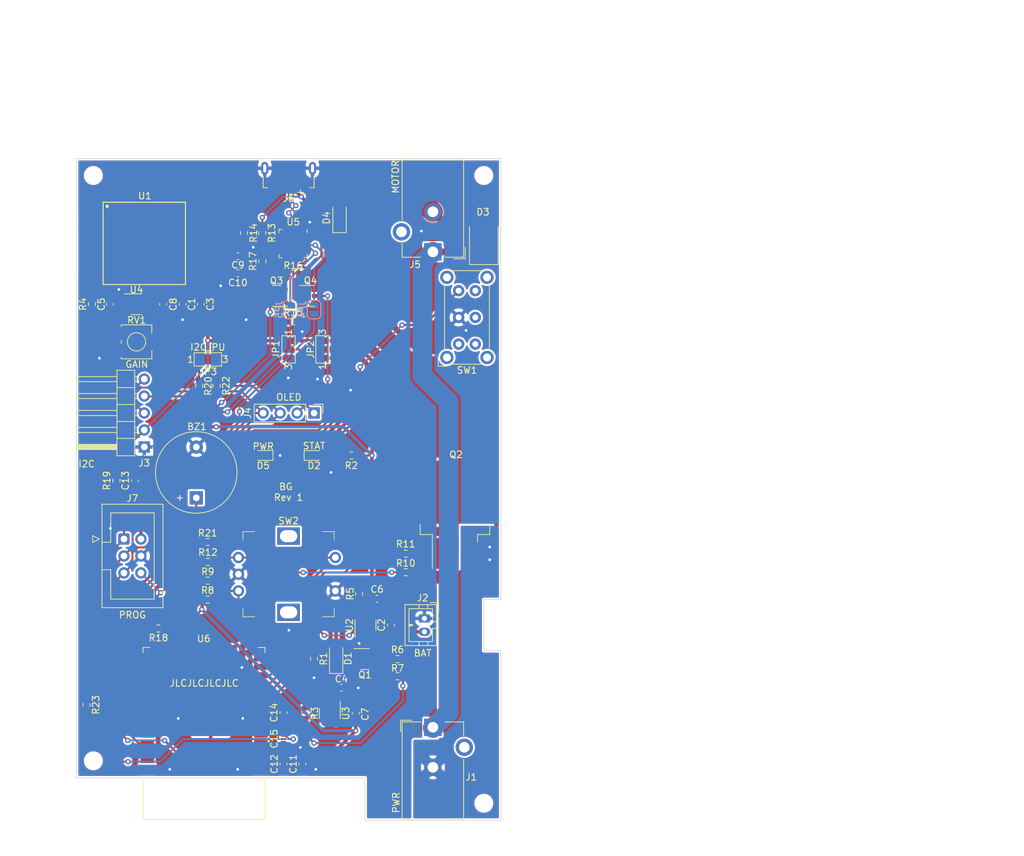
<source format=kicad_pcb>
(kicad_pcb (version 20211014) (generator pcbnew)
  (title_block (title "Blugasm") (date "2023-01-24") (rev "1") (company "saawsm"))
  (layers (0 "F.Cu" signal) (31 "B.Cu" signal) (34 "B.Paste" user) (35 "F.Paste" user) (36 "B.SilkS" user "B.Silkscreen") (37 "F.SilkS" user "F.Silkscreen") (38 "B.Mask" user) (39 "F.Mask" user) (44 "Edge.Cuts" user))
  (net 0 "")
  (net 1 "+BATT")
  (net 2 "GND")
  (net 3 "/ENC_B")
  (net 4 "/ENC_A")
  (net 5 "/SW")
  (net 6 "Net-(C4-Pad1)")
  (net 7 "Net-(D2-Pad1)")
  (net 8 "Net-(C5-Pad1)")
  (net 9 "Net-(D2-Pad2)")
  (net 10 "/~{INT}")
  (net 11 "/Controller/EN")
  (net 12 "Net-(D3-Pad1)")
  (net 13 "/VBAT_SENSE")
  (net 14 "Net-(D3-Pad2)")
  (net 15 "/AUX_MOT")
  (net 16 "Net-(Q2-Pad1)")
  (net 17 "Net-(RV1-Pad2)")
  (net 18 "+3.3V")
  (net 19 "Net-(D4-Pad2)")
  (net 20 "/SCL")
  (net 21 "/SDA")
  (net 22 "GND1")
  (net 23 "Net-(J4-Pad1)")
  (net 24 "Net-(J4-Pad2)")
  (net 25 "/Controller/D-")
  (net 26 "/Controller/D+")
  (net 28 "/Controller/TXD")
  (net 29 "/Controller/RXD")
  (net 35 "/P_SENSE")
  (net 36 "/Controller/IO0")
  (net 38 "/Controller/VBUS_DETECT")
  (net 47 "/Controller/RTS")
  (net 48 "Net-(Q3-Pad1)")
  (net 49 "/Controller/DTR")
  (net 50 "Net-(Q4-Pad1)")
  (net 52 "+5V")
  (net 75 "/BUZZER")
  (net 76 "Net-(R4-Pad2)")
  (net 77 "Net-(JP3-Pad1)")
  (net 78 "Net-(JP3-Pad3)")
  (net 79 "Net-(R5-Pad1)")
  (net 84 "/~{PWR_DIS}")
  (net 85 "Net-(R17-Pad2)")
  (net 86 "Net-(D5-Pad2)")
  (net 87 "Net-(JP4-Pad1)")
  (net 88 "Net-(JP5-Pad1)")
  (net 89 "Net-(R23-Pad1)")
  (footprint "Resistor_SMD:R_0603_1608Metric" (layer "F.Cu") (at 88.480014 121.150615)
    (fp_text reference "R18")
    (fp_text value "10k")
  )
  (footprint "Resistor_SMD:R_0603_1608Metric" (layer "F.Cu") (at 97.168769 84.820039 -90)
    (fp_text reference "R22")
    (fp_text value "4.7k")
  )
  (footprint "Diode_SMD:D_SMB" (layer "F.Cu") (at 137.16 63.12 90)
    (fp_text reference "D3")
    (fp_text value "SSB44-E3")
  )
  (footprint "Package_TO_SOT_SMD:SOT-23" (layer "F.Cu") (at 119.38 125.73)
    (fp_text reference "Q1")
    (fp_text value "DMG3415U")
  )
  (footprint "Resistor_SMD:R_0603_1608Metric" (layer "F.Cu") (at 108.660638 68.072)
    (fp_text reference "R16")
    (fp_text value "10k")
  )
  (footprint "Package_DFN_QFN:QFN-24-1EP_4x4mm_P0.5mm_EP2.6x2.6mm" (layer "F.Cu") (at 108.6175 63.52 -90)
    (fp_text reference "U5")
    (fp_text value "CP2102N-A02-GQFN24")
  )
  (footprint "Capacitor_SMD:C_0603_1608Metric" (layer "F.Cu") (at 115.843126 130.033686)
    (fp_text reference "C4")
    (fp_text value "10uF")
  )
  (footprint "Capacitor_SMD:C_0603_1608Metric" (layer "F.Cu") (at 100.3625 67.965 180)
    (fp_text reference "C10")
    (fp_text value "4.7uF")
  )
  (footprint "Diode_SMD:D_SOD-123F" (layer "F.Cu") (at 115.57 59.69 90)
    (fp_text reference "D4")
    (fp_text value "SS24FL")
  )
  (footprint "Resistor_SMD:R_0603_1608Metric" (layer "F.Cu") (at 125.476 109.947286)
    (fp_text reference "R11")
    (fp_text value "100")
  )
  (footprint "Connector_JST:JST_PH_B2B-PH-K_1x02_P2.00mm_Vertical" (layer "F.Cu") (at 128.27 119.65 -90)
    (fp_text reference "J2")
    (fp_text value "BAT")
  )
  (footprint "Resistor_SMD:R_0603_1608Metric" (layer "F.Cu") (at 101.275247 61.942126 -90)
    (fp_text reference "R14")
    (fp_text value "47.5k")
  )
  (footprint "Resistor_SMD:R_0603_1608Metric" (layer "F.Cu") (at 95.858337 113.983325)
    (fp_text reference "R9")
    (fp_text value "10k")
  )
  (footprint "SaawLib:BarrelJack_CUI_PJ-102AH_Horizontal" (layer "F.Cu") (at 129.54 135.94)
    (fp_text reference "J1")
    (fp_text value "PWR")
  )
  (footprint "Resistor_SMD:R_0603_1608Metric" (layer "F.Cu") (at 104.019099 66.171431 90)
    (fp_text reference "R17")
    (fp_text value "1k")
  )
  (footprint "LED_SMD:LED_0603_1608Metric" (layer "F.Cu") (at 104.14 95.25 180)
    (fp_text reference "D5")
    (fp_text value "RED")
  )
  (footprint "Capacitor_SMD:C_0603_1608Metric" (layer "F.Cu") (at 84.963 99.018082 90)
    (fp_text reference "C13")
    (fp_text value "100nF")
  )
  (footprint "Jumper:SolderJumper-3_P1.3mm_Bridged12_Pad1.0x1.5mm_NumberLabels" (layer "F.Cu") (at 107.95 79.375 -90)
    (fp_text reference "JP1")
    (fp_text value "SolderJumper_3_Bridged12")
  )
  (footprint "Capacitor_SMD:C_0603_1608Metric" (layer "F.Cu") (at 92.085044 72.618453 -90)
    (fp_text reference "C1")
    (fp_text value "10nF")
  )
  (footprint "SaawLib:MP3V5050" (layer "F.Cu") (at 86.36 63.5)
    (fp_text reference "U1")
    (fp_text value "MP3V5050GP")
  )
  (footprint "RF_Module:ESP32-WROOM-32" (layer "F.Cu") (at 95.295268 133.876394 180)
    (fp_text reference "U6")
    (fp_text value "ESP32-WROOM-32E")
  )
  (footprint "Capacitor_SMD:C_0603_1608Metric" (layer "F.Cu") (at 81.223263 72.611663 90)
    (fp_text reference "C5")
    (fp_text value "330nF")
  )
  (footprint "Jumper:SolderJumper-3_P1.3mm_Bridged12_Pad1.0x1.5mm_NumberLabels" (layer "F.Cu") (at 113.03 79.375 90)
    (fp_text reference "JP2")
    (fp_text value "SolderJumper_3_Bridged12")
  )
  (footprint "SaawLib:SolderJumper-3_P1.3mm_Bridged123_Pad1.0x1.5mm_NumberLabels" (layer "F.Cu") (at 95.868769 80.867349)
    (fp_text reference "JP3")
    (fp_text value "I2C_PU")
  )
  (footprint "Capacitor_SMD:C_0603_1608Metric" (layer "F.Cu") (at 107.188 137.668 -90)
    (fp_text reference "C15")
    (fp_text value "100nF")
  )
  (footprint "Resistor_SMD:R_0603_1608Metric" (layer "F.Cu") (at 77.696983 132.588 -90)
    (fp_text reference "R23")
    (fp_text value "100")
  )
  (footprint "Resistor_SMD:R_0603_1608Metric" (layer "F.Cu") (at 124.240058 125.747917 180)
    (fp_text reference "R6")
    (fp_text value "100k")
  )
  (footprint "Package_TO_SOT_SMD:TO-263-3_TabPin2" (layer "F.Cu") (at 132.842 104.137345 90)
    (fp_text reference "Q2")
    (fp_text value "PHB32N06LT,118")
  )
  (footprint "Capacitor_SMD:C_0603_1608Metric" (layer "F.Cu") (at 107.188 141.441613 -90)
    (fp_text reference "C12")
    (fp_text value "100nF")
  )
  (footprint "Capacitor_SMD:C_0603_1608Metric" (layer "F.Cu") (at 94.794794 72.618453 -90)
    (fp_text reference "C3")
    (fp_text value "1uF")
  )
  (footprint "Capacitor_SMD:C_0603_1608Metric" (layer "F.Cu") (at 89.182206 72.618453 90)
    (fp_text reference "C8")
    (fp_text value "100nF")
  )
  (footprint "Package_TO_SOT_SMD:SOT-23-5" (layer "F.Cu") (at 114.118126 133.8525 -90)
    (fp_text reference "U3")
    (fp_text value "AP2112K-3.3")
  )
  (footprint "Capacitor_SMD:C_0603_1608Metric" (layer "F.Cu") (at 123.27063 120.649999 90)
    (fp_text reference "C2")
    (fp_text value "10uF")
  )
  (footprint "SaawLib:Rotary_Encoder_Switched_PEC11R" (layer "F.Cu") (at 107.95 113.03 -90)
    (fp_text reference "SW2")
    (fp_text value "PEC11R-4220K-S0024")
  )
  (footprint "Package_TO_SOT_SMD:SOT-23-5" (layer "F.Cu") (at 85.190508 72.611663)
    (fp_text reference "U4")
    (fp_text value "MCP6001-OT")
  )
  (footprint "Resistor_SMD:R_0603_1608Metric" (layer "F.Cu") (at 111.76 125.700313 -90)
    (fp_text reference "R1")
    (fp_text value "100k")
  )
  (footprint "Button_Switch_THT:SW_E-Switch_EG2219_DPDT_Angled" (layer "F.Cu") (at 133.39 78.58 90)
    (fp_text reference "SW1")
    (fp_text value "PWR")
  )
  (footprint "SaawLib:BarrelJack_CUI_PJ-102AH_Horizontal" (layer "F.Cu") (at 129.54 64.77 180)
    (fp_text reference "J5")
    (fp_text value "MOTOR")
  )
  (footprint "Resistor_SMD:R_0603_1608Metric" (layer "F.Cu") (at 95.840936 116.823789)
    (fp_text reference "R8")
    (fp_text value "10k")
  )
  (footprint "Resistor_SMD:R_0603_1608Metric" (layer "F.Cu") (at 95.877347 111.188778)
    (fp_text reference "R12")
    (fp_text value "10k")
  )
  (footprint "Resistor_SMD:R_0603_1608Metric" (layer "F.Cu") (at 108.660638 75.184 180)
    (fp_text reference "R15")
    (fp_text value "10k")
  )
  (footprint "Capacitor_SMD:C_0603_1608Metric" (layer "F.Cu") (at 107.188 133.736394 90)
    (fp_text reference "C14")
    (fp_text value "100nF")
  )
  (footprint "Capacitor_SMD:C_0603_1608Metric" (layer "F.Cu") (at 110.008927 141.441613 -90)
    (fp_text reference "C11")
    (fp_text value "22uF")
  )
  (footprint "Resistor_SMD:R_0603_1608Metric" (layer "F.Cu") (at 124.240058 128.311697)
    (fp_text reference "R7")
    (fp_text value "100k")
  )
  (footprint "SaawLib:ST-4EB" (layer "F.Cu") (at 85.197507 78.242638 -90)
    (fp_text reference "RV1")
    (fp_text value "GAIN")
  )
  (footprint "Resistor_SMD:R_0603_1608Metric" (layer "F.Cu") (at 118.506642 115.961526 90)
    (fp_text reference "R5")
    (fp_text value "4.7k")
  )
  (footprint "Package_TO_SOT_SMD:SOT-23-5" (layer "F.Cu") (at 119.46063 120.649999 90)
    (fp_text reference "U2")
    (fp_text value "MCP73831-2-OT")
  )
  (footprint "Resistor_SMD:R_0603_1608Metric" (layer "F.Cu") (at 82.187302 99.018082 90)
    (fp_text reference "R19")
    (fp_text value "10k")
  )
  (footprint "Resistor_SMD:R_0603_1608Metric" (layer "F.Cu") (at 117.348 95.25 180)
    (fp_text reference "R2")
    (fp_text value "4.7k")
  )
  (footprint "LED_SMD:LED_0603_1608Metric" (layer "F.Cu") (at 111.76 95.25)
    (fp_text reference "D2")
    (fp_text value "GREEN")
  )
  (footprint "MountingHole:MountingHole_2.2mm_M2" (layer "F.Cu") (at 78.74 140.97)
    (fp_text reference "H4")
    (fp_text value "MountingHole")
  )
  (footprint "Diode_SMD:D_SOD-123F" (layer "F.Cu") (at 115.062362 125.682813 90)
    (fp_text reference "D1")
    (fp_text value "SS24FL")
  )
  (footprint "MountingHole:MountingHole_2.2mm_M2" (layer "F.Cu") (at 78.74 53.34)
    (fp_text reference "H3")
    (fp_text value "MountingHole")
  )
  (footprint "Connector_USB:USB_Micro-B_GCT_USB3076-30-A" (layer "F.Cu") (at 107.958121 53.457441 180)
    (fp_text reference "J6")
    (fp_text value "USB_B_Micro")
  )
  (footprint "SaawLib:OLED_I2C" (layer "F.Cu") (at 104.14 88.9 90)
    (fp_text reference "J4")
    (fp_text value "OLED")
  )
  (footprint "Connector_IDC:IDC-Header_2x03_P2.54mm_Vertical" (layer "F.Cu") (at 83.316419 107.757193)
    (fp_text reference "J7")
    (fp_text value "PROG")
  )
  (footprint "Resistor_SMD:R_0603_1608Metric" (layer "F.Cu") (at 95.845563 108.204 180)
    (fp_text reference "R21")
    (fp_text value "1k")
  )
  (footprint "Package_TO_SOT_SMD:SOT-23" (layer "F.Cu") (at 111.229027 71.36778)
    (fp_text reference "Q4")
    (fp_text value "SS8050-G")
  )
  (footprint "Capacitor_SMD:C_0603_1608Metric" (layer "F.Cu") (at 117.996247 133.8525 90)
    (fp_text reference "C7")
    (fp_text value "10uF")
  )
  (footprint "Resistor_SMD:R_0603_1608Metric" (layer "F.Cu") (at 78.518336 72.611663 90)
    (fp_text reference "R4")
    (fp_text value "750")
  )
  (footprint "Resistor_SMD:R_0603_1608Metric" (layer "F.Cu") (at 94.568769 84.836 -90)
    (fp_text reference "R20")
    (fp_text value "4.7k")
  )
  (footprint "Resistor_SMD:R_0603_1608Metric" (layer "F.Cu") (at 110.45063 133.847908 90)
    (fp_text reference "R3")
    (fp_text value "100k")
  )
  (footprint "Capacitor_SMD:C_0603_1608Metric" (layer "F.Cu") (at 121.18563 116.713)
    (fp_text reference "C6")
    (fp_text value "10uF")
  )
  (footprint "Package_TO_SOT_SMD:SOT-23" (layer "F.Cu") (at 106.149027 71.371793 180)
    (fp_text reference "Q3")
    (fp_text value "SS8050-G")
  )
  (footprint "MountingHole:MountingHole_2.2mm_M2" (layer "F.Cu") (at 137.16 147.32)
    (fp_text reference "H1")
    (fp_text value "MountingHole")
  )
  (footprint "NetTie:NetTie-2_SMD_Pad0.5mm" (layer "F.Cu") (at 126.307441 114.554046 90)
    (fp_text reference "NT1" hide)
    (fp_text value "0.5mm")
  )
  (footprint "MountingHole:MountingHole_2.2mm_M2" (layer "F.Cu") (at 137.16 53.34)
    (fp_text reference "H2")
    (fp_text value "MountingHole")
  )
  (footprint "Capacitor_SMD:C_0603_1608Metric" (layer "F.Cu") (at 100.3625 65.425 180)
    (fp_text reference "C9")
    (fp_text value "100nF")
  )
  (footprint "Resistor_SMD:R_0603_1608Metric" (layer "F.Cu") (at 125.476 112.740651)
    (fp_text reference "R10")
    (fp_text value "10k")
  )
  (footprint "Resistor_SMD:R_0603_1608Metric" (layer "F.Cu") (at 104.012763 61.942126 -90)
    (fp_text reference "R13")
    (fp_text value "22.1k")
  )
  (footprint "Connector_PinHeader_2.54mm:PinHeader_1x05_P2.54mm_Horizontal" (layer "F.Cu") (at 86.36 93.975 180)
    (fp_text reference "J3")
    (fp_text value "I2C")
  )
  (footprint "Buzzer_Beeper:Buzzer_12x9.5RM7.6" (layer "F.Cu") (at 94.14133 101.592269 90)
    (fp_text reference "BZ1")
    (fp_text value "Buzzer")
  )
  (footprint "Jumper:SolderJumper-2_P1.3mm_Open_RoundedPad1.0x1.5mm" (layer "B.Cu") (at 108.204 73.406 -90)
    (fp_text reference "JP5")
    (fp_text value "UART_RXD")
  )
  (footprint "Jumper:SolderJumper-2_P1.3mm_Open_RoundedPad1.0x1.5mm" (layer "B.Cu") (at 111.76 73.406 -90)
    (fp_text reference "JP4")
    (fp_text value "UART_TXD")
  )
  (gr_line (start 137.16 124.46) (end 137.16 116.84) (layer "Edge.Cuts") (width 0.1))
  (gr_line (start 119.38 149.86) (end 139.7 149.86) (layer "Edge.Cuts") (width 0.1))
  (gr_line (start 76.2 143.51) (end 76.2 119.38) (layer "Edge.Cuts") (width 0.1))
  (gr_line (start 76.2 143.51) (end 119.38 143.51) (layer "Edge.Cuts") (width 0.1))
  (gr_line (start 137.16 116.84) (end 139.7 116.84) (layer "Edge.Cuts") (width 0.1))
  (gr_line (start 139.7 50.8) (end 76.2 50.8) (layer "Edge.Cuts") (width 0.1))
  (gr_line (start 76.2 50.8) (end 76.2 119.38) (layer "Edge.Cuts") (width 0.1))
  (gr_line (start 119.38 143.51) (end 119.38 149.86) (layer "Edge.Cuts") (width 0.1))
  (gr_line (start 139.7 149.86) (end 139.7 124.46) (layer "Edge.Cuts") (width 0.1))
  (gr_line (start 139.7 116.84) (end 139.7 50.8) (layer "Edge.Cuts") (width 0.1))
  (gr_line (start 139.7 124.46) (end 137.16 124.46) (layer "Edge.Cuts") (width 0.1))
  (gr_text "BG \nRev 1" (at 107.929298 100.732743) (layer "F.SilkS") (effects (font (size 1 1))))
  (gr_text "JLCJLCJLCJLC" (at 95.32419 129.342602) (layer "F.SilkS") (effects (font (size 1 1))))
  (segment (start 125.911208 121.651231) (end 125.912439 121.65) (width 0.5) (layer "F.Cu") (net 1))
  (segment (start 123.27063 121.424999) (end 125.684976 121.424999) (width 0.5) (layer "F.Cu") (net 1))
  (segment (start 121.850587 121.424999) (end 123.27063 121.424999) (width 0.5) (layer "F.Cu") (net 1))
  (segment (start 123.415058 125.747917) (end 120.335417 125.747917) (width 0.3) (layer "F.Cu") (net 1))
  (segment (start 120.412514 121.785615) (end 121.489971 121.785615) (width 0.5) (layer "F.Cu") (net 1))
  (segment (start 120.335417 125.747917) (end 120.3175 125.73) (width 0.3) (layer "F.Cu") (net 1))
  (segment (start 125.684976 121.424999) (end 125.911208 121.651231) (width 0.5) (layer "F.Cu") (net 1))
  (segment (start 125.912439 121.65) (end 128.27 121.65) (width 0.5) (layer "F.Cu") (net 1))
  (segment (start 120.41063 125.63687) (end 120.3175 125.73) (width 0.5) (layer "F.Cu") (net 1))
  (segment (start 120.41063 121.787499) (end 120.412514 121.785615) (width 0.5) (layer "F.Cu") (net 1))
  (segment (start 121.489971 121.785615) (end 121.850587 121.424999) (width 0.5) (layer "F.Cu") (net 1))
  (segment (start 120.41063 121.787499) (end 120.41063 125.63687) (width 0.5) (layer "F.Cu") (net 1))
  (segment (start 109.3675 61.5825) (end 109.3675 60.590636) (width 0.2) (layer "F.Cu") (net 2))
  (segment (start 109.3675 62.77) (end 108.6175 63.52) (width 0.2) (layer "F.Cu") (net 2))
  (segment (start 109.3675 61.5825) (end 109.3675 62.77) (width 0.2) (layer "F.Cu") (net 2))
  (via (at 117.220022 85.47604) (size 0.8) (drill 0.4) (layers "F.Cu" "B.Cu") (net 2))
  (via (at 109.982 76.708) (size 0.8) (drill 0.4) (layers "F.Cu" "B.Cu") (net 2))
  (via (at 118.51063 123.390986) (size 0.8) (drill 0.4) (layers "F.Cu" "B.Cu") (net 2))
  (via (at 118.364 130.048) (size 0.8) (drill 0.4) (layers "F.Cu" "B.Cu") (net 2))
  (via (at 97.79 69.85) (size 0.8) (drill 0.4) (layers "F.Cu" "B.Cu") (net 2))
  (via (at 112.014 142.24) (size 0.8) (drill 0.4) (layers "F.Cu" "B.Cu") (net 2))
  (via (at 101.092 134.62) (size 0.8) (drill 0.4) (layers "F.Cu" "B.Cu") (net 2))
  (via (at 112.268 83.82) (size 0.8) (drill 0.4) (layers "F.Cu" "B.Cu") (net 2))
  (via (at 127.818037 61.659695) (size 0.8) (drill 0.4) (layers "F.Cu" "B.Cu") (net 2))
  (via (at 100.965 127) (size 0.8) (drill 0.4) (layers "F.Cu" "B.Cu") (net 2))
  (via (at 91.44 134.62) (size 0.8) (drill 0.4) (layers "F.Cu" "B.Cu") (net 2))
  (via (at 101.6 74.93) (size 0.8) (drill 0.4) (layers "F.Cu" "B.Cu") (net 2))
  (via (at 111.76 128.524) (size 0.8) (drill 0.4) (layers "F.Cu" "B.Cu") (net 2))
  (via (at 90.17 142.24) (size 0.8) (drill 0.4) (layers "F.Cu" "B.Cu") (net 2))
  (via (at 134.506837 76.523694) (size 0.8) (drill 0.4) (layers "F.Cu" "B.Cu") (net 2))
  (via (at 79.647302 80.695079) (size 0.8) (drill 0.4) (layers "F.Cu" "B.Cu") (net 2))
  (via (at 81.28 106.172) (size 0.8) (drill 0.4) (layers "F.Cu" "B.Cu") (net 2))
  (via (at 111.125 60.325) (size 0.8) (drill 0.4) (layers "F.Cu" "B.Cu") (net 2))
  (via (at 107.993272 121.418753) (size 0.8) (drill 0.4) (layers "F.Cu" "B.Cu") (net 2))
  (via (at 100.33 142.24) (size 0.8) (drill 0.4) (layers "F.Cu" "B.Cu") (net 2))
  (via (at 106.68 95.25) (size 0.8) (drill 0.4) (layers "F.Cu" "B.Cu") (net 2))
  (via (at 114.3 97.79) (size 0.8) (drill 0.4) (layers "F.Cu" "B.Cu") (net 2))
  (via (at 102.655605 64.078715) (size 0.8) (drill 0.4) (layers "F.Cu" "B.Cu") (net 2))
  (via (at 109.717618 138.968544) (size 0.8) (drill 0.4) (layers "F.Cu" "B.Cu") (net 2))
  (via (at 107.89623 83.631306) (size 0.8) (drill 0.4) (layers "F.Cu" "B.Cu") (net 2))
  (via (at 82.55 70.394325) (size 0.8) (drill 0.4) (layers "F.Cu" "B.Cu") (net 2))
  (via (at 92.085044 74.93) (size 0.8) (drill 0.4) (layers "F.Cu" "B.Cu") (net 2))
  (segment (start 105.641722 123.908761) (end 105.641722 127.685892) (width 0.3) (layer "F.Cu") (net 3))
  (segment (start 100.45 115.53) (end 100.45 118.717039) (width 0.3) (layer "F.Cu") (net 3))
  (segment (start 97.698079 116.823789) (end 98.995067 115.526801) (width 0.3) (layer "F.Cu") (net 3))
  (segment (start 105.16622 128.161394) (end 103.795268 128.161394) (width 0.3) (layer "F.Cu") (net 3))
  (segment (start 100.45 118.717039) (end 105.641722 123.908761) (width 0.3) (layer "F.Cu") (net 3))
  (segment (start 105.641722 127.685892) (end 105.16622 128.161394) (width 0.3) (layer "F.Cu") (net 3))
  (segment (start 98.995067 115.526801) (end 100.45 115.526801) (width 0.3) (layer "F.Cu") (net 3))
  (segment (start 96.665936 116.823789) (end 97.698079 116.823789) (width 0.3) (layer "F.Cu") (net 3))
  (segment (start 96.683337 112.822874) (end 98.976211 110.53) (width 0.3) (layer "F.Cu") (net 4))
  (segment (start 100.45 110.53) (end 102.608674 110.53) (width 0.3) (layer "F.Cu") (net 4))
  (segment (start 106.241223 123.66044) (end 106.241223 128.285439) (width 0.3) (layer "F.Cu") (net 4))
  (segment (start 103.767671 111.688997) (end 103.767671 121.186888) (width 0.3) (layer "F.Cu") (net 4))
  (segment (start 96.683337 113.983325) (end 96.683337 112.822874) (width 0.3) (layer "F.Cu") (net 4))
  (segment (start 106.241223 128.285439) (end 105.095268 129.431394) (width 0.3) (layer "F.Cu") (net 4))
  (segment (start 105.095268 129.431394) (end 103.795268 129.431394) (width 0.3) (layer "F.Cu") (net 4))
  (segment (start 103.767671 121.186888) (end 106.241223 123.66044) (width 0.3) (layer "F.Cu") (net 4))
  (segment (start 102.608674 110.53) (end 103.767671 111.688997) (width 0.3) (layer "F.Cu") (net 4))
  (segment (start 98.976211 110.53) (end 100.45 110.53) (width 0.3) (layer "F.Cu") (net 4))
  (segment (start 105.095268 130.701394) (end 103.795268 130.701394) (width 0.3) (layer "F.Cu") (net 5))
  (segment (start 104.371706 110.53) (end 114.95 110.53) (width 0.3) (layer "F.Cu") (net 5))
  (segment (start 104.367171 120.938566) (end 106.840723 123.412118) (width 0.3) (layer "F.Cu") (net 5))
  (segment (start 99.553242 109.091115) (end 102.944652 109.091115) (width 0.3) (layer "F.Cu") (net 5))
  (segment (start 102.944652 109.091115) (end 104.367171 110.513634) (width 0.3) (layer "F.Cu") (net 5))
  (segment (start 106.840724 128.955938) (end 105.095268 130.701394) (width 0.3) (layer "F.Cu") (net 5))
  (segment (start 106.840723 123.412118) (end 106.840724 128.955938) (width 0.3) (layer "F.Cu") (net 5))
  (segment (start 97.455579 111.188778) (end 99.553242 109.091115) (width 0.3) (layer "F.Cu") (net 5))
  (segment (start 104.367171 110.513634) (end 104.367171 120.938566) (width 0.3) (layer "F.Cu") (net 5))
  (segment (start 96.702347 111.188778) (end 97.455579 111.188778) (width 0.3) (layer "F.Cu") (net 5))
  (segment (start 115.068126 133.491614) (end 114.710054 133.849686) (width 0.3) (layer "F.Cu") (net 6))
  (segment (start 116.336409 127.060402) (end 116.716811 126.68) (width 0.5) (layer "F.Cu") (net 6))
  (segment (start 116.716811 126.68) (end 118.4425 126.68) (width 0.5) (layer "F.Cu") (net 6))
  (segment (start 115.068126 132.715) (end 115.068126 133.491614) (width 0.3) (layer "F.Cu") (net 6))
  (segment (start 111.386048 133.849686) (end 110.562826 134.672908) (width 0.3) (layer "F.Cu") (net 6))
  (segment (start 114.710054 133.849686) (end 111.386048 133.849686) (width 0.3) (layer "F.Cu") (net 6))
  (segment (start 110.562826 134.672908) (end 110.45063 134.672908) (width 0.3) (layer "F.Cu") (net 6))
  (segment (start 115.062362 132.709236) (end 115.062362 127.082813) (width 0.5) (layer "F.Cu") (net 6))
  (segment (start 115.062362 127.082813) (end 115.084773 127.060402) (width 0.5) (layer "F.Cu") (net 6))
  (segment (start 115.068126 132.715) (end 115.062362 132.709236) (width 0.5) (layer "F.Cu") (net 6))
  (segment (start 115.084773 127.060402) (end 116.336409 127.060402) (width 0.5) (layer "F.Cu") (net 6))
  (segment (start 111.837452 114.320452) (end 111.837449 120.729304) (width 0.3) (layer "F.Cu") (net 7))
  (segment (start 110.969562 97.169361) (end 117.935245 104.135044) (width 0.3) (layer "F.Cu") (net 7))
  (segment (start 117.448099 121.787499) (end 117.045534 122.190064) (width 0.3) (layer "F.Cu") (net 7))
  (segment (start 118.51063 121.787499) (end 117.448099 121.787499) (width 0.3) (layer "F.Cu") (net 7))
  (segment (start 117.935245 104.135044) (end 117.935244 111.192471) (width 0.3) (layer "F.Cu") (net 7))
  (segment (start 117.935244 111.192471) (end 116.351715 112.776) (width 0.3) (layer "F.Cu") (net 7))
  (segment (start 110.9725 95.25) (end 110.969562 95.252938) (width 0.3) (layer "F.Cu") (net 7))
  (segment (start 111.837449 120.729304) (end 113.298209 122.190064) (width 0.3) (layer "F.Cu") (net 7))
  (segment (start 113.381904 112.776) (end 111.837452 114.320452) (width 0.3) (layer "F.Cu") (net 7))
  (segment (start 116.351715 112.776) (end 113.381904 112.776) (width 0.3) (layer "F.Cu") (net 7))
  (segment (start 110.969562 95.252938) (end 110.969562 97.169361) (width 0.3) (layer "F.Cu") (net 7))
  (via (at 117.045534 122.190064) (size 0.8) (drill 0.4) (layers "F.Cu" "B.Cu") (net 7))
  (via (at 113.298209 122.190064) (size 0.8) (drill 0.4) (layers "F.Cu" "B.Cu") (net 7))
  (segment (start 117.034447 122.201151) (end 113.309296 122.201151) (width 0.3) (layer "B.Cu") (net 7))
  (segment (start 117.045534 122.190064) (end 117.034447 122.201151) (width 0.3) (layer "B.Cu") (net 7))
  (segment (start 113.309296 122.201151) (end 113.298209 122.190064) (width 0.3) (layer "B.Cu") (net 7))
  (segment (start 84.053008 73.561663) (end 82.592836 73.561663) (width 0.3) (layer "F.Cu") (net 8))
  (segment (start 82.417836 73.386663) (end 81.223263 73.386663) (width 0.3) (layer "F.Cu") (net 8))
  (segment (start 81.223263 73.386663) (end 78.568336 73.386663) (width 0.3) (layer "F.Cu") (net 8))
  (segment (start 82.592836 73.561663) (end 82.417836 73.386663) (width 0.3) (layer "F.Cu") (net 8))
  (segment (start 78.568336 73.386663) (end 78.518336 73.436663) (width 0.3) (layer "F.Cu") (net 8))
  (segment (start 116.478345 95.25) (end 116.478485 95.24986) (width 0.3) (layer "F.Cu") (net 9))
  (segment (start 112.5475 95.25) (end 116.478345 95.25) (width 0.3) (layer "F.Cu") (net 9))
  (segment (start 86.334902 83.815) (end 86.36 83.815) (width 0.3) (layer "F.Cu") (net 10))
  (segment (start 79.410499 135.88165) (end 79.410499 90.739403) (width 0.3) (layer "F.Cu") (net 10))
  (segment (start 79.410499 90.739403) (end 86.334902 83.815) (width 0.3) (layer "F.Cu") (net 10))
  (segment (start 83.120243 139.591394) (end 79.410499 135.88165) (width 0.3) (layer "F.Cu") (net 10))
  (segment (start 86.795268 139.591394) (end 83.120243 139.591394) (width 0.3) (layer "F.Cu") (net 10))
  (segment (start 83.316419 104.664143) (end 82.187302 103.535026) (width 0.3) (layer "F.Cu") (net 11))
  (segment (start 84.95824 99.835) (end 86.077198 98.716042) (width 0.3) (layer "F.Cu") (net 11))
  (segment (start 81.053156 110.020456) (end 81.053156 135.091954) (width 0.3) (layer "F.Cu") (net 11))
  (segment (start 82.187302 103.535026) (end 82.187302 99.843082) (width 0.3) (layer "F.Cu") (net 11))
  (segment (start 105.202323 71.380997) (end 105.202323 73.804633) (width 0.3) (layer "F.Cu") (net 11))
  (segment (start 103.777791 139.608871) (end 91.082591 139.608871) (width 0.3) (layer "F.Cu") (net 11))
  (segment (start 91.082591 139.608871) (end 89.403597 137.929877) (width 0.3) (layer "F.Cu") (net 11))
  (segment (start 83.316419 107.757193) (end 83.316419 104.664143) (width 0.3) (layer "F.Cu") (net 11))
  (segment (start 97.056991 88.157963) (end 97.919909 87.295045) (width 0.3) (layer "F.Cu") (net 11))
  (segment (start 86.077198 98.716042) (end 86.077198 97.768242) (width 0.3) (layer "F.Cu") (net 11))
  (segment (start 105.211527 71.371793) (end 105.202323 71.380997) (width 0.3) (layer "F.Cu") (net 11))
  (segment (start 83.316419 107.757193) (end 81.053156 110.020456) (width 0.3) (layer "F.Cu") (net 11))
  (segment (start 82.187302 99.843082) (end 83.378065 99.843082) (width 0.3) (layer "F.Cu") (net 11))
  (segment (start 86.077198 97.768242) (end 95.687477 88.157963) (width 0.3) (layer "F.Cu") (net 11))
  (segment (start 83.378065 99.843082) (end 84.950158 99.843082) (width 0.3) (layer "F.Cu") (net 11))
  (segment (start 81.053156 135.091954) (end 83.873753 137.912551) (width 0.3) (layer "F.Cu") (net 11))
  (segment (start 95.687477 88.157963) (end 97.056991 88.157963) (width 0.3) (layer "F.Cu") (net 11))
  (segment (start 103.777791 139.608871) (end 103.795268 139.591394) (width 0.3) (layer "F.Cu") (net 11))
  (via (at 105.202323 73.804633) (size 0.8) (drill 0.4) (layers "F.Cu" "B.Cu") (net 11))
  (via (at 89.403597 137.929877) (size 0.8) (drill 0.4) (layers "F.Cu" "B.Cu") (net 11))
  (via (at 97.919909 87.295045) (size 0.8) (drill 0.4) (layers "F.Cu" "B.Cu") (net 11))
  (via (at 83.873753 137.912551) (size 0.8) (drill 0.4) (layers "F.Cu" "B.Cu") (net 11))
  (segment (start 83.873753 137.912551) (end 89.386271 137.912551) (width 0.3) (layer "B.Cu") (net 11))
  (segment (start 105.202323 80.16491) (end 98.072188 87.295045) (width 0.3) (layer "B.Cu") (net 11))
  (segment (start 105.202323 73.804633) (end 105.202323 80.16491) (width 0.3) (layer "B.Cu") (net 11))
  (segment (start 98.072188 87.295045) (end 97.919909 87.295045) (width 0.3) (layer "B.Cu") (net 11))
  (segment (start 89.386271 137.912551) (end 89.403597 137.929877) (width 0.3) (layer "B.Cu") (net 11))
  (segment (start 129.54 64.77) (end 137.16 64.77) (width 1) (layer "F.Cu") (net 12))
  (segment (start 129.54 64.77) (end 127.975257 66.334743) (width 3) (layer "B.Cu") (net 12))
  (segment (start 127.975257 66.334743) (end 127.975257 83.306671) (width 3) (layer "B.Cu") (net 12))
  (segment (start 131.902922 133.677078) (end 129.54 136.04) (width 3) (layer "B.Cu") (net 12))
  (segment (start 127.975257 83.306671) (end 131.902922 87.234336) (width 3) (layer "B.Cu") (net 12))
  (segment (start 131.902922 87.234336) (end 131.902922 133.677078) (width 3) (layer "B.Cu") (net 12))
  (segment (start 125.055015 129.728069) (end 125.047777 129.735307) (width 0.3) (layer "F.Cu") (net 13))
  (segment (start 107.188 134.511394) (end 107.962375 134.511394) (width 0.3) (layer "F.Cu") (net 13))
  (segment (start 111.76 138.309019) (end 111.76 138.309318) (width 0.3) (layer "F.Cu") (net 13))
  (segment (start 125.055015 128.247532) (end 125.055015 129.728069) (width 0.3) (layer "F.Cu") (net 13))
  (segment (start 125.055015 128.247532) (end 125.055015 125.75796) (width 0.3) (layer "F.Cu") (net 13))
  (segment (start 103.795268 134.511394) (end 107.188 134.511394) (width 0.3) (layer "F.Cu") (net 13))
  (segment (start 125.055015 125.75796) (end 125.065058 125.747917) (width 0.3) (layer "F.Cu") (net 13))
  (segment (start 107.962375 134.511394) (end 111.76 138.309019) (width 0.3) (layer "F.Cu") (net 13))
  (via (at 111.76 138.309318) (size 0.8) (drill 0.4) (layers "F.Cu" "B.Cu") (net 13))
  (via (at 125.047777 129.735307) (size 0.8) (drill 0.4) (layers "F.Cu" "B.Cu") (net 13))
  (segment (start 118.700224 138.309318) (end 111.76 138.309318) (width 0.3) (layer "B.Cu") (net 13))
  (segment (start 125.047777 129.735307) (end 125.047777 131.961765) (width 0.3) (layer "B.Cu") (net 13))
  (segment (start 125.047777 131.961765) (end 118.700224 138.309318) (width 0.3) (layer "B.Cu") (net 13))
  (segment (start 137.16 60.97) (end 137.154429 60.964429) (width 1) (layer "F.Cu") (net 14))
  (segment (start 132.842 109.912345) (end 132.842 100.762345) (width 1.1) (layer "F.Cu") (net 14))
  (segment (start 137.154429 60.964429) (end 131.734429 60.964429) (width 1) (layer "F.Cu") (net 14))
  (segment (start 132.842 88.265) (end 121.658057 77.081057) (width 3) (layer "F.Cu") (net 14))
  (segment (start 121.658057 59.9932) (end 124.181257 57.47) (width 3) (layer "F.Cu") (net 14))
  (segment (start 132.842 100.762345) (end 132.842 88.265) (width 3) (layer "F.Cu") (net 14))
  (segment (start 131.734429 60.964429) (end 129.54 58.77) (width 1) (layer "F.Cu") (net 14))
  (segment (start 124.181257 57.47) (end 128.24 57.47) (width 3) (layer "F.Cu") (net 14))
  (segment (start 128.24 57.47) (end 129.54 58.77) (width 3) (layer "F.Cu") (net 14))
  (segment (start 121.658057 77.081057) (end 121.658057 59.9932) (width 3) (layer "F.Cu") (net 14))
  (segment (start 104.966672 120.690245) (end 104.966672 116.013328) (width 0.3) (layer "F.Cu") (net 15))
  (segment (start 105.095268 131.971394) (end 107.488003 129.578659) (width 0.3) (layer "F.Cu") (net 15))
  (segment (start 108.209531 112.770469) (end 110.14346 112.770469) (width 0.3) (layer "F.Cu") (net 15))
  (segment (start 104.966672 116.013328) (end 108.209531 112.770469) (width 0.3) (layer "F.Cu") (net 15))
  (segment (start 107.488003 129.578659) (end 107.488003 123.211576) (width 0.3) (layer "F.Cu") (net 15))
  (segment (start 124.651 112.740651) (end 123.377205 112.740651) (width 0.3) (layer "F.Cu") (net 15))
  (segment (start 124.651 109.947286) (end 124.651 112.740651) (width 0.3) (layer "F.Cu") (net 15))
  (segment (start 103.795268 131.971394) (end 105.095268 131.971394) (width 0.3) (layer "F.Cu") (net 15))
  (segment (start 107.488003 123.211576) (end 104.966672 120.690245) (width 0.3) (layer "F.Cu") (net 15))
  (via (at 123.37098 112.746876) (size 0.8) (drill 0.4) (layers "F.Cu" "B.Cu") (net 15))
  (via (at 110.14346 112.770469) (size 0.8) (drill 0.4) (layers "F.Cu" "B.Cu") (net 15))
  (segment (start 110.14346 112.770469) (end 123.347387 112.770469) (width 0.3) (layer "B.Cu") (net 15))
  (segment (start 123.347387 112.770469) (end 123.37098 112.746876) (width 0.3) (layer "B.Cu") (net 15))
  (segment (start 130.299345 109.915) (end 126.333286 109.915) (width 0.3) (layer "F.Cu") (net 16))
  (segment (start 126.333286 109.915) (end 126.301 109.947286) (width 0.3) (layer "F.Cu") (net 16))
  (segment (start 130.302 109.912345) (end 130.299345 109.915) (width 0.3) (layer "F.Cu") (net 16))
  (segment (start 88.17049 78.175586) (end 88.048521 78.175586) (width 0.3) (layer "F.Cu") (net 17))
  (segment (start 86.328008 76.455073) (end 86.328008 73.561663) (width 0.3) (layer "F.Cu") (net 17))
  (segment (start 88.048521 78.175586) (end 86.328008 76.455073) (width 0.3) (layer "F.Cu") (net 17))
  (segment (start 89.140187 73.393453) (end 89.182206 73.393453) (width 0.3) (layer "F.Cu") (net 18))
  (segment (start 104.003658 66.996431) (end 104.019099 66.996431) (width 0.2) (layer "F.Cu") (net 18))
  (segment (start 89.182206 73.393453) (end 90.517037 73.393453) (width 0.3) (layer "F.Cu") (net 18))
  (segment (start 106.68 61.917871) (end 107.015371 61.5825) (width 0.2) (layer "F.Cu") (net 18))
  (segment (start 112.433141 140.666613) (end 113.793687 140.666613) (width 0.5) (layer "F.Cu") (net 18))
  (segment (start 107.95 78.075) (end 95.898436 78.075) (width 0.5) (layer "F.Cu") (net 18))
  (segment (start 101.1375 65.425) (end 102.432227 65.425) (width 0.3) (layer "F.Cu") (net 18))
  (segment (start 105.155932 62.27) (end 105.069274 62.27) (width 0.2) (layer "F.Cu") (net 18))
  (segment (start 95.868769 78.756231) (end 95.868769 76.599437) (width 0.5) (layer "F.Cu") (net 18))
  (segment (start 103.795268 140.861394) (end 105.408699 140.861394) (width 0.5) (layer "F.Cu") (net 18))
  (segment (start 105.069274 62.27) (end 104.737455 61.938181) (width 0.2) (layer "F.Cu") (net 18))
  (segment (start 101.1375 71.330706) (end 101.1375 67.965) (width 0.5) (layer "F.Cu") (net 18))
  (segment (start 99.381454 60.840204) (end 100.462477 59.759181) (width 0.3) (layer "F.Cu") (net 18))
  (segment (start 95.044452 114.69761) (end 95.044452 116.795273) (width 0.5) (layer "F.Cu") (net 18))
  (segment (start 86.328008 71.661663) (end 87.408397 71.661663) (width 0.3) (layer "F.Cu") (net 18))
  (segment (start 106.68 62.27) (end 105.155932 62.27) (width 0.2) (layer "F.Cu") (net 18))
  (segment (start 105.408699 140.861394) (end 105.60348 140.666613) (width 0.5) (layer "F.Cu") (net 18))
  (segment (start 105.60348 140.666613) (end 106.907073 140.666613) (width 0.5) (layer "F.Cu") (net 18))
  (segment (start 89.305014 121.150615) (end 92.116351 121.150615) (width 0.3) (layer "F.Cu") (net 18))
  (segment (start 98.629042 73.839164) (end 101.1375 71.330706) (width 0.5) (layer "F.Cu") (net 18))
  (segment (start 115.605695 90.200129) (end 112.941545 92.864279) (width 0.5) (layer "F.Cu") (net 18))
  (segment (start 92.116351 121.150615) (end 94.971234 118.295732) (width 0.3) (layer "F.Cu") (net 18))
  (segment (start 106.907073 140.666613) (end 112.433141 140.666613) (width 0.5) (layer "F.Cu") (net 18))
  (segment (start 95.015936 116.823789) (end 95.015936 118.251237) (width 0.5) (layer "F.Cu") (net 18))
  (segment (start 102.432227 65.425) (end 104.003658 66.996431) (width 0.3) (layer "F.Cu") (net 18))
  (segment (start 95.868769 80.867349) (end 95.868769 78.756231) (width 0.5) (layer "F.Cu") (net 18))
  (segment (start 94.794794 71.843453) (end 96.633331 71.843453) (width 0.5) (layer "F.Cu") (net 18))
  (segment (start 101.1375 65.425) (end 101.1375 67.965) (width 0.3) (layer "F.Cu") (net 18))
  (segment (start 103.244686 92.864279) (end 97.375354 98.733611) (width 0.5) (layer "F.Cu") (net 18))
  (segment (start 95.044452 111.896777) (end 95.044452 114.69761) (width 0.5) (layer "F.Cu") (net 18))
  (segment (start 90.517037 73.393453) (end 92.067037 71.843453) (width 0.3) (layer "F.Cu") (net 18))
  (segment (start 95.015936 118.251237) (end 94.971441 118.295732) (width 0.5) (layer "F.Cu") (net 18))
  (segment (start 106.68 62.27) (end 106.68 61.917871) (width 0.2) (layer "F.Cu") (net 18))
  (segment (start 83.82 62.23) (end 77.98 62.23) (width 0.5) (layer "F.Cu") (net 18))
  (segment (start 107.8675 61.5825) (end 107.3675 61.5825) (width 0.2) (layer "F.Cu") (net 18))
  (segment (start 116.500103 134.627501) (end 117.996247 134.6275) (width 0.5) (layer "F.Cu") (net 18))
  (segment (start 82.187302 95.607698) (end 86.36 91.435) (width 0.3) (layer "F.Cu") (net 18))
  (segment (start 92.085044 71.843453) (end 92.085044 70.495044) (width 0.5) (layer "F.Cu") (net 18))
  (segment (start 100.462477 59.759181) (end 102.027385 59.759181) (width 0.3) (layer "F.Cu") (net 18))
  (segment (start 113.03 78.075) (end 114.28 78.075) (width 0.5) (layer "F.Cu") (net 18))
  (segment (start 97.375354 103.815114) (end 95.052347 106.138121) (width 0.5) (layer "F.Cu") (net 18))
  (segment (start 95.033337 111.885662) (end 95.033337 109.110125) (width 0.5) (layer "F.Cu") (net 18))
  (segment (start 95.052347 109.091115) (end 95.052347 106.138121) (width 0.5) (layer "F.Cu") (net 18))
  (segment (start 107.015371 61.5825) (end 107.3675 61.5825) (width 0.2) (layer "F.Cu") (net 18))
  (segment (start 113.793687 140.666613) (end 117.995703 136.464597) (width 0.5) (layer "F.Cu") (net 18))
  (segment (start 95.044452 116.795273) (end 95.015936 116.823789) (width 0.5) (layer "F.Cu") (net 18))
  (segment (start 95.898436 78.075) (end 95.871155 78.047719) (width 0.5) (layer "F.Cu") (net 18))
  (segment (start 107.95 78.075) (end 113.03 78.075) (width 0.5) (layer "F.Cu") (net 18))
  (segment (start 95.868769 76.599437) (end 98.629042 73.839164) (width 0.5) (layer "F.Cu") (net 18))
  (segment (start 94.971234 118.295732) (end 94.971441 118.295732) (width 0.3) (layer "F.Cu") (net 18))
  (segment (start 82.187302 97.851935) (end 82.187302 95.607698) (width 0.3) (layer "F.Cu") (net 18))
  (segment (start 102.027385 59.759181) (end 102.58334 60.315136) (width 0.3) (layer "F.Cu") (net 18))
  (segment (start 102.58334 61.303499) (end 103.218022 61.938181) (width 0.3) (layer "F.Cu") (net 18))
  (segment (start 92.085044 70.495044) (end 83.82 62.23) (width 0.5) (layer "F.Cu") (net 18))
  (segment (start 101.1375 65.425) (end 99.381454 63.668954) (width 0.3) (layer "F.Cu") (net 18))
  (segment (start 103.218022 61.938181) (end 104.737455 61.938181) (width 0.3) (layer "F.Cu") (net 18))
  (segment (start 99.381454 63.668954) (end 99.381454 60.840204) (width 0.3) (layer "F.Cu") (net 18))
  (segment (start 96.633331 71.843453) (end 98.629042 73.839164) (width 0.5) (layer "F.Cu") (net 18))
  (segment (start 97.375354 98.733611) (end 97.375354 103.815114) (width 0.5) (layer "F.Cu") (net 18))
  (segment (start 112.941545 92.864279) (end 103.244686 92.864279) (width 0.5) (layer "F.Cu") (net 18))
  (segment (start 92.067037 71.843453) (end 92.085044 71.843453) (width 0.3) (layer "F.Cu") (net 18))
  (segment (start 102.58334 60.315136) (end 102.58334 61.303499) (width 0.3) (layer "F.Cu") (net 18))
  (segment (start 87.408397 71.661663) (end 89.140187 73.393453) (width 0.3) (layer "F.Cu") (net 18))
  (segment (start 116.137604 134.99) (end 116.500103 134.627501) (width 0.5) (layer "F.Cu") (net 18))
  (segment (start 117.996247 134.6275) (end 117.996247 136.464053) (width 0.5) (layer "F.Cu") (net 18))
  (segment (start 94.794794 71.843453) (end 92.085044 71.843453) (width 0.5) (layer "F.Cu") (net 18))
  (segment (start 114.28 78.075) (end 115.605695 79.400695) (width 0.5) (layer "F.Cu") (net 18))
  (segment (start 115.605695 79.400695) (end 115.605695 90.200129) (width 0.5) (layer "F.Cu") (net 18))
  (segment (start 115.18 134.99) (end 116.137604 134.99) (width 0.5) (layer "F.Cu") (net 18))
  (segment (start 117.996247 136.464053) (end 117.995703 136.464597) (width 0.5) (layer "F.Cu") (net 18))
  (via (at 94.971441 118.295732) (size 0.8) (drill 0.4) (layers "F.Cu" "B.Cu") (net 18))
  (via (at 117.995703 136.464597) (size 0.8) (drill 0.4) (layers "F.Cu" "B.Cu") (net 18))
  (via (at 95.871155 78.047719) (size 0.8) (drill 0.4) (layers "F.Cu" "B.Cu") (net 18))
  (segment (start 117.995703 136.464597) (end 113.140306 136.464597) (width 0.5) (layer "B.Cu") (net 18))
  (segment (start 113.140306 136.464597) (end 94.971441 118.295732) (width 0.5) (layer "B.Cu") (net 18))
  (segment (start 86.36 91.435) (end 95.871155 81.923845) (width 0.3) (layer "B.Cu") (net 18))
  (segment (start 95.871155 81.923845) (end 95.871155 78.047719) (width 0.3) (layer "B.Cu") (net 18))
  (segment (start 109.855 56.515) (end 109.258121 55.918121) (width 0.5) (layer "F.Cu") (net 19))
  (segment (start 115.57 58.29) (end 111.63 58.29) (width 0.5) (layer "F.Cu") (net 19))
  (segment (start 104.017302 61.112587) (end 104.012763 61.117126) (width 0.3) (layer "F.Cu") (net 19))
  (segment (start 109.258121 55.918121) (end 109.258121 54.907441) (width 0.4) (layer "F.Cu") (net 19))
  (segment (start 104.017302 59.620313) (end 104.017302 61.112587) (width 0.3) (layer "F.Cu") (net 19))
  (segment (start 111.63 58.29) (end 109.855 56.515) (width 0.5) (layer "F.Cu") (net 19))
  (via (at 104.017302 59.620313) (size 0.8) (drill 0.4) (layers "F.Cu" "B.Cu") (net 19))
  (via (at 109.855 56.515) (size 0.8) (drill 0.4) (layers "F.Cu" "B.Cu") (net 19))
  (segment (start 107.122615 56.515) (end 104.017302 59.620313) (width 0.3) (layer "B.Cu") (net 19))
  (segment (start 109.855 56.515) (end 107.122615 56.515) (width 0.3) (layer "B.Cu") (net 19))
  (segment (start 94.920574 97.545788) (end 102.266234 90.200129) (width 0.3) (layer "F.Cu") (net 20))
  (segment (start 90.557203 99.94079) (end 92.952204 97.545789) (width 0.3) (layer "F.Cu") (net 20))
  (segment (start 94.681453 85.661) (end 94.568769 85.661) (width 0.3) (layer "F.Cu") (net 20))
  (segment (start 86.795268 131.971394) (end 85.491966 131.971394) (width 0.3) (layer "F.Cu") (net 20))
  (segment (start 85.917025 85.080699) (end 85.029527 85.968197) (width 0.3) (layer "F.Cu") (net 20))
  (segment (start 85.029527 85.968197) (end 85.029527 87.564527) (width 0.3) (layer "F.Cu") (net 20))
  (segment (start 85.029527 87.564527) (end 86.36 88.895) (width 0.3) (layer "F.Cu") (net 20))
  (segment (start 92.952204 97.545789) (end 94.920574 97.545788) (width 0.3) (layer "F.Cu") (net 20))
  (segment (start 105.379871 90.200129) (end 106.68 88.9) (width 0.3) (layer "F.Cu") (net 20))
  (segment (start 102.616 84.836) (end 95.506453 84.836) (width 0.3) (layer "F.Cu") (net 20))
  (segment (start 90.557203 111.726451) (end 90.557203 99.94079) (width 0.3) (layer "F.Cu") (net 20))
  (segment (start 85.491966 131.971394) (end 84.358326 130.837754) (width 0.3) (layer "F.Cu") (net 20))
  (segment (start 87.252788 85.080699) (end 85.917025 85.080699) (width 0.3) (layer "F.Cu") (net 20))
  (segment (start 87.833089 85.661) (end 87.252788 85.080699) (width 0.3) (layer "F.Cu") (net 20))
  (segment (start 84.358326 130.837754) (end 84.358326 117.925328) (width 0.3) (layer "F.Cu") (net 20))
  (segment (start 95.506453 84.836) (end 94.681453 85.661) (width 0.3) (layer "F.Cu") (net 20))
  (segment (start 84.358326 117.925328) (end 90.557203 111.726451) (width 0.3) (layer "F.Cu") (net 20))
  (segment (start 94.568769 85.661) (end 87.833089 85.661) (width 0.3) (layer "F.Cu") (net 20))
  (segment (start 106.68 88.9) (end 102.616 84.836) (width 0.3) (layer "F.Cu") (net 20))
  (segment (start 102.266234 90.200129) (end 105.379871 90.200129) (width 0.3) (layer "F.Cu") (net 20))
  (segment (start 104.14 88.9) (end 102.71854 88.9) (width 0.3) (layer "F.Cu") (net 21))
  (segment (start 86.416 86.411) (end 96.32304 86.411) (width 0.3) (layer "F.Cu") (net 21))
  (segment (start 96.32304 86.411) (end 97.089001 85.645039) (width 0.3) (layer "F.Cu") (net 21))
  (segment (start 85.495268 133.241394) (end 86.795268 133.241394) (width 0.3) (layer "F.Cu") (net 21))
  (segment (start 89.957702 111.47813) (end 83.732808 117.703024) (width 0.3) (layer "F.Cu") (net 21))
  (segment (start 89.957702 99.692469) (end 89.957702 111.47813) (width 0.3) (layer "F.Cu") (net 21))
  (segment (start 83.732808 131.478934) (end 85.495268 133.241394) (width 0.3) (layer "F.Cu") (net 21))
  (segment (start 97.168769 85.645039) (end 100.885039 85.645039) (width 0.3) (layer "F.Cu") (net 21))
  (segment (start 100.885039 85.645039) (end 104.14 88.9) (width 0.3) (layer "F.Cu") (net 21))
  (segment (start 92.703883 96.946288) (end 89.957702 99.692469) (width 0.3) (layer "F.Cu") (net 21))
  (segment (start 97.089001 85.645039) (end 97.168769 85.645039) (width 0.3) (layer "F.Cu") (net 21))
  (segment (start 102.71854 88.9) (end 94.672252 96.946288) (width 0.3) (layer "F.Cu") (net 21))
  (segment (start 94.672252 96.946288) (end 92.703883 96.946288) (width 0.3) (layer "F.Cu") (net 21))
  (segment (start 83.732808 117.703024) (end 83.732808 131.478934) (width 0.3) (layer "F.Cu") (net 21))
  (via (at 138.049 108.966) (size 0.8) (drill 0.4) (layers "F.Cu" "B.Cu") (net 22))
  (via (at 138.049 110.871) (size 0.8) (drill 0.4) (layers "F.Cu" "B.Cu") (net 22))
  (segment (start 110.802548 80.131225) (end 111.558773 79.375) (width 0.3) (layer "F.Cu") (net 23))
  (segment (start 111.76 88.9) (end 110.802548 87.942548) (width 0.3) (layer "F.Cu") (net 23))
  (segment (start 111.558773 79.375) (end 113.03 79.375) (width 0.3) (layer "F.Cu") (net 23))
  (segment (start 110.802548 87.942548) (end 110.802548 80.131225) (width 0.3) (layer "F.Cu") (net 23))
  (segment (start 110.203048 80.075981) (end 110.203048 87.916952) (width 0.3) (layer "F.Cu") (net 24))
  (segment (start 109.502067 79.375) (end 110.203048 80.075981) (width 0.3) (layer "F.Cu") (net 24))
  (segment (start 110.203048 87.916952) (end 109.22 88.9) (width 0.3) (layer "F.Cu") (net 24))
  (segment (start 107.95 79.375) (end 109.502067 79.375) (width 0.3) (layer "F.Cu") (net 24))
  (segment (start 108.608121 54.907441) (end 108.608121 57.412819) (width 0.2) (layer "F.Cu") (net 25))
  (segment (start 108.3675 61.5825) (end 108.3675 59.318897) (width 0.2) (layer "F.Cu") (net 25))
  (segment (start 108.3675 59.318897) (end 107.973665 58.925062) (width 0.2) (layer "F.Cu") (net 25))
  (segment (start 108.608121 57.412819) (end 109.035695 57.840393) (width 0.2) (layer "F.Cu") (net 25))
  (via (at 107.973665 58.925062) (size 0.8) (drill 0.4) (layers "F.Cu" "B.Cu") (net 25))
  (via (at 109.035695 57.840393) (size 0.8) (drill 0.4) (layers "F.Cu" "B.Cu") (net 25))
  (segment (start 107.973665 58.925062) (end 107.973665 58.902423) (width 0.2) (layer "B.Cu") (net 25))
  (segment (start 107.973665 58.902423) (end 109.035695 57.840393) (width 0.2) (layer "B.Cu") (net 25))
  (segment (start 108.8675 58.732152) (end 107.958121 57.822773) (width 0.2) (layer "F.Cu") (net 26))
  (segment (start 108.8675 61.5825) (end 108.8675 58.732152) (width 0.2) (layer "F.Cu") (net 26))
  (segment (start 107.958121 57.822773) (end 107.958121 54.907441) (width 0.2) (layer "F.Cu") (net 26))
  (segment (start 84.608784 101.600573) (end 86.676699 99.532658) (width 0.3) (layer "F.Cu") (net 28))
  (segment (start 81.652657 134.478783) (end 85.495268 138.321394) (width 0.3) (layer "F.Cu") (net 28))
  (segment (start 86.676699 98.030486) (end 95.949721 88.757464) (width 0.3) (layer "F.Cu") (net 28))
  (segment (start 86.676699 99.532658) (end 86.676699 98.030486) (width 0.3) (layer "F.Cu") (net 28))
  (segment (start 98.793447 88.757464) (end 98.805197 88.745714) (width 0.3) (layer "F.Cu") (net 28))
  (segment (start 83.316419 110.297193) (end 81.652657 111.960955) (width 0.3) (layer "F.Cu") (net 28))
  (segment (start 85.495268 138.321394) (end 86.795268 138.321394) (width 0.3) (layer "F.Cu") (net 28))
  (segment (start 81.652657 111.960955) (end 81.652657 134.478783) (width 0.3) (layer "F.Cu") (net 28))
  (segment (start 95.949721 88.757464) (end 98.793447 88.757464) (width 0.3) (layer "F.Cu") (net 28))
  (segment (start 83.316419 110.297193) (end 83.316419 110.218075) (width 0.3) (layer "F.Cu") (net 28))
  (segment (start 83.316419 110.218075) (end 84.608784 108.92571) (width 0.3) (layer "F.Cu") (net 28))
  (segment (start 84.608784 108.92571) (end 84.608784 101.600573) (width 0.3) (layer "F.Cu") (net 28))
  (via locked (at 98.805197 88.745714) (size 0.8) (drill 0.4) (layers "F.Cu" "B.Cu") (net 28))
  (segment (start 108.204 79.392402) (end 108.204 74.056) (width 0.3) (layer "B.Cu") (net 28))
  (segment (start 98.805197 88.745714) (end 98.850688 88.745714) (width 0.3) (layer "B.Cu") (net 28))
  (segment (start 98.850688 88.745714) (end 108.204 79.392402) (width 0.3) (layer "B.Cu") (net 28))
  (segment (start 84.587038 109.795278) (end 85.365356 109.01696) (width 0.3) (layer "F.Cu") (net 29))
  (segment (start 85.365356 109.01696) (end 86.899432 109.01696) (width 0.3) (layer "F.Cu") (net 29))
  (segment (start 88.68004 107.236352) (end 88.68004 100.122309) (width 0.3) (layer "F.Cu") (net 29))
  (segment (start 82.252158 113.901454) (end 83.316419 112.837193) (width 0.3) (layer "F.Cu") (net 29))
  (segment (start 94.423931 96.346787) (end 100.607173 90.163545) (width 0.3) (layer "F.Cu") (net 29))
  (segment (start 83.316419 112.837193) (end 84.587038 111.566574) (width 0.3) (layer "F.Cu") (net 29))
  (segment (start 85.495268 137.051394) (end 82.252158 133.808284) (width 0.3) (layer "F.Cu") (net 29))
  (segment (start 82.252158 133.808284) (end 82.252158 113.901454) (width 0.3) (layer "F.Cu") (net 29))
  (segment (start 86.899432 109.01696) (end 88.68004 107.236352) (width 0.3) (layer "F.Cu") (net 29))
  (segment (start 84.587038 111.566574) (end 84.587038 109.795278) (width 0.3) (layer "F.Cu") (net 29))
  (segment (start 100.607173 90.163545) (end 100.607173 88.669574) (width 0.3) (layer "F.Cu") (net 29))
  (segment (start 86.795268 137.051394) (end 85.495268 137.051394) (width 0.3) (layer "F.Cu") (net 29))
  (segment (start 92.455562 96.346787) (end 94.423931 96.346787) (width 0.3) (layer "F.Cu") (net 29))
  (segment (start 88.68004 100.122309) (end 92.455562 96.346787) (width 0.3) (layer "F.Cu") (net 29))
  (via locked (at 100.607173 88.669574) (size 0.8) (drill 0.4) (layers "F.Cu" "B.Cu") (net 29))
  (segment (start 111.76 74.056) (end 111.76 76.686835) (width 0.3) (layer "B.Cu") (net 29))
  (segment (start 100.607173 87.839662) (end 100.607173 88.669574) (width 0.3) (layer "B.Cu") (net 29))
  (segment (start 111.76 76.686835) (end 100.607173 87.839662) (width 0.3) (layer "B.Cu") (net 29))
  (segment (start 107.188 136.899279) (end 107.993135 137.704414) (width 0.3) (layer "F.Cu") (net 35))
  (segment (start 107.188 136.893) (end 107.188 136.899279) (width 0.3) (layer "F.Cu") (net 35))
  (segment (start 107.188 136.893) (end 106.076394 135.781394) (width 0.3) (layer "F.Cu") (net 35))
  (segment (start 82.756675 141.095193) (end 83.926986 141.095193) (width 0.3) (layer "F.Cu") (net 35))
  (segment (start 77.696983 133.413) (end 77.696983 136.035501) (width 0.3) (layer "F.Cu") (net 35))
  (segment (start 107.993135 137.704414) (end 108.654593 137.704414) (width 0.3) (layer "F.Cu") (net 35))
  (segment (start 77.696983 136.035501) (end 82.756675 141.095193) (width 0.3) (layer "F.Cu") (net 35))
  (segment (start 106.076394 135.781394) (end 103.795268 135.781394) (width 0.3) (layer "F.Cu") (net 35))
  (via (at 83.926986 141.095193) (size 0.8) (drill 0.4) (layers "F.Cu" "B.Cu") (net 35))
  (via (at 108.654593 137.704414) (size 0.8) (drill 0.4) (layers "F.Cu" "B.Cu") (net 35))
  (segment (start 92.165586 137.704414) (end 88.774807 141.095193) (width 0.3) (layer "B.Cu") (net 35))
  (segment (start 88.774807 141.095193) (end 83.926986 141.095193) (width 0.3) (layer "B.Cu") (net 35))
  (segment (start 108.654593 137.704414) (end 92.165586 137.704414) (width 0.3) (layer "B.Cu") (net 35))
  (segment (start 113.792667 83.820667) (end 113.792 83.82) (width 0.3) (layer "F.Cu") (net 36))
  (segment (start 87.655014 123.951062) (end 87.655014 116.960604) (width 0.3) (layer "F.Cu") (net 36))
  (segment (start 91.774322 112.876686) (end 91.774322 100.474887) (width 0.3) (layer "F.Cu") (net 36))
  (segment (start 95.42485 98.806) (end 102.753389 91.477461) (width 0.3) (layer "F.Cu") (net 36))
  (segment (start 112.166527 71.36778) (end 113.772036 71.36778) (width 0.3) (layer "F.Cu") (net 36))
  (segment (start 88.856494 115.794514) (end 91.774322 112.876686) (width 0.3) (layer "F.Cu") (net 36))
  (segment (start 87.655014 116.960604) (end 88.821104 115.794514) (width 0.3) (layer "F.Cu") (net 36))
  (segment (start 86.795268 124.810808) (end 87.655014 123.951062) (width 0.3) (layer "F.Cu") (net 36))
  (segment (start 88.821104 115.794514) (end 88.856494 115.794514) (width 0.3) (layer "F.Cu") (net 36))
  (segment (start 113.772036 71.36778) (end 113.77936 71.360456) (width 0.3) (layer "F.Cu") (net 36))
  (segment (start 93.443209 98.806) (end 95.42485 98.806) (width 0.3) (layer "F.Cu") (net 36))
  (segment (start 91.774322 100.474887) (end 93.443209 98.806) (width 0.3) (layer "F.Cu") (net 36))
  (segment (start 86.795268 125.621394) (end 86.795268 124.810808) (width 0.3) (layer "F.Cu") (net 36))
  (segment (start 102.753389 91.477461) (end 112.456025 91.477461) (width 0.3) (layer "F.Cu") (net 36))
  (segment (start 113.792667 90.140819) (end 113.792667 83.820667) (width 0.3) (layer "F.Cu") (net 36))
  (segment (start 112.456025 91.477461) (end 113.792667 90.140819) (width 0.3) (layer "F.Cu") (net 36))
  (via (at 88.821104 115.794514) (size 0.8) (drill 0.4) (layers "F.Cu" "B.Cu") (net 36))
  (via (at 113.77936 71.360456) (size 0.8) (drill 0.4) (layers "F.Cu" "B.Cu") (net 36))
  (via (at 113.792 83.82) (size 0.8) (drill 0.4) (layers "F.Cu" "B.Cu") (net 36))
  (segment (start 113.792 71.373096) (end 113.77936 71.360456) (width 0.3) (layer "B.Cu") (net 36))
  (segment (start 113.792 83.82) (end 113.792 71.373096) (width 0.3) (layer "B.Cu") (net 36))
  (segment (start 88.81374 115.794514) (end 88.821104 115.794514) (width 0.3) (layer "B.Cu") (net 36))
  (segment (start 85.856419 112.837193) (end 88.81374 115.794514) (width 0.3) (layer "B.Cu") (net 36))
  (segment (start 101.275247 61.117126) (end 101.335478 61.117126) (width 0.2) (layer "F.Cu") (net 38))
  (segment (start 102.985478 62.767126) (end 104.012763 62.767126) (width 0.3) (layer "F.Cu") (net 38))
  (segment (start 104.012763 62.767126) (end 104.015637 62.77) (width 0.2) (layer "F.Cu") (net 38))
  (segment (start 101.335478 61.117126) (end 102.985478 62.767126) (width 0.3) (layer "F.Cu") (net 38))
  (segment (start 104.015637 62.77) (end 106.68 62.77) (width 0.2) (layer "F.Cu") (net 38))
  (segment (start 107.835638 68.870965) (end 107.835638 68.072) (width 0.3) (layer "F.Cu") (net 47))
  (segment (start 107.086527 70.421793) (end 107.084721 70.419987) (width 0.3) (layer "F.Cu") (net 47))
  (segment (start 107.835638 68.072) (end 107.835638 67.370687) (width 0.3) (layer "F.Cu") (net 47))
  (segment (start 110.571842 64.786842) (end 110.555 64.77) (width 0.2) (layer "F.Cu") (net 47))
  (segment (start 107.835638 67.370687) (end 108.72386 66.482465) (width 0.3) (layer "F.Cu") (net 47))
  (segment (start 110.175373 66.482465) (end 110.571842 66.085996) (width 0.3) (layer "F.Cu") (net 47))
  (segment (start 107.084721 69.621882) (end 107.835638 68.870965) (width 0.3) (layer "F.Cu") (net 47))
  (segment (start 110.571842 66.085996) (end 110.571842 64.786842) (width 0.2) (layer "F.Cu") (net 47))
  (segment (start 108.72386 66.482465) (end 110.175373 66.482465) (width 0.3) (layer "F.Cu") (net 47))
  (segment (start 107.084721 70.419987) (end 107.084721 69.621882) (width 0.3) (layer "F.Cu") (net 47))
  (segment (start 107.835638 75.184) (end 107.835638 74.139056) (width 0.3) (layer "F.Cu") (net 48))
  (segment (start 107.835638 74.139056) (end 107.086527 73.389945) (width 0.3) (layer "F.Cu") (net 48))
  (segment (start 107.086527 73.389945) (end 107.086527 72.321793) (width 0.3) (layer "F.Cu") (net 48))
  (segment (start 110.291527 72.31778) (end 109.278434 72.31778) (width 0.3) (layer "F.Cu") (net 49))
  (segment (start 110.291527 73.296868) (end 110.291527 72.31778) (width 0.3) (layer "F.Cu") (net 49))
  (segment (start 112.852265 65.354502) (end 112.852265 63.413546) (width 0.3) (layer "F.Cu") (net 49))
  (segment (start 110.555 62.77) (end 111.436324 62.77) (width 0.2) (layer "F.Cu") (net 49))
  (segment (start 109.045348 67.089721) (end 111.117046 67.089721) (width 0.3) (layer "F.Cu") (net 49))
  (segment (start 112.208403 62.769684) (end 111.43664 62.769684) (width 0.3) (layer "F.Cu") (net 49))
  (segment (start 108.646465 67.488604) (end 109.045348 67.089721) (width 0.3) (layer "F.Cu") (net 49))
  (segment (start 111.117046 67.089721) (end 112.852265 65.354502) (width 0.3) (layer "F.Cu") (net 49))
  (segment (start 109.485638 75.184) (end 109.485638 74.102757) (width 0.3) (layer "F.Cu") (net 49))
  (segment (start 111.436324 62.77) (end 111.43664 62.769684) (width 0.2) (layer "F.Cu") (net 49))
  (segment (start 112.852265 63.413546) (end 112.208403 62.769684) (width 0.3) (layer "F.Cu") (net 49))
  (segment (start 109.278434 72.31778) (end 108.646465 71.685811) (width 0.3) (layer "F.Cu") (net 49))
  (segment (start 109.485638 74.102757) (end 110.291527 73.296868) (width 0.3) (layer "F.Cu") (net 49))
  (segment (start 108.646465 71.685811) (end 108.646465 67.488604) (width 0.3) (layer "F.Cu") (net 49))
  (segment (start 110.291527 69.663526) (end 110.291527 70.41778) (width 0.3) (layer "F.Cu") (net 50))
  (segment (start 109.485638 68.857637) (end 110.291527 69.663526) (width 0.3) (layer "F.Cu") (net 50))
  (segment (start 109.485638 68.072) (end 109.485638 68.857637) (width 0.3) (layer "F.Cu") (net 50))
  (segment (start 118.173 95.25) (end 118.17487 95.24813) (width 0.3) (layer "F.Cu") (net 52))
  (segment (start 120.435799 81.065799) (end 120.435799 95.24813) (width 0.5) (layer "F.Cu") (net 52))
  (segment (start 113.582281 124.282813) (end 115.062362 124.282813) (width 0.3) (layer "F.Cu") (net 52))
  (segment (start 94.74289 90.953539) (end 97.117409 90.953539) (width 0.5) (layer "F.Cu") (net 52))
  (segment (start 88.203224 97.493205) (end 94.74289 90.953539) (width 0.5) (layer "F.Cu") (net 52))
  (segment (start 115.57 76.2) (end 120.435799 81.065799) (width 0.5) (layer "F.Cu") (net 52))
  (segment (start 118.17487 95.24813) (end 120.435799 95.24813) (width 0.3) (layer "F.Cu") (net 52))
  (segment (start 85.856419 107.757193) (end 85.856419 101.342182) (width 0.5) (layer "F.Cu") (net 52))
  (segment (start 120.41063 95.273299) (end 120.435799 95.24813) (width 0.5) (layer "F.Cu") (net 52))
  (segment (start 115.57 61.09) (end 115.57 76.2) (width 0.5) (layer "F.Cu") (net 52))
  (segment (start 111.76 124.875313) (end 112.989781 124.875313) (width 0.3) (layer "F.Cu") (net 52))
  (segment (start 115.062362 120.806899) (end 112.646953 118.39149) (width 0.5) (layer "F.Cu") (net 52))
  (segment (start 112.989781 124.875313) (end 113.582281 124.282813) (width 0.3) (layer "F.Cu") (net 52))
  (segment (start 116.571998 124.282813) (end 115.062362 124.282813) (width 0.5) (layer "F.Cu") (net 52))
  (segment (start 120.41063 119.512499) (end 120.41063 95.273299) (width 0.5) (layer "F.Cu") (net 52))
  (segment (start 113.667726 113.479422) (end 120.377536 113.479422) (width 0.5) (layer "F.Cu") (net 52))
  (segment (start 112.646953 118.39149) (end 112.646953 114.500195) (width 0.5) (layer "F.Cu") (net 52))
  (segment (start 87.3762 99.822401) (end 87.3762 98.320229) (width 0.5) (layer "F.Cu") (net 52))
  (segment (start 87.3762 98.320229) (end 88.203224 97.493205) (width 0.5) (layer "F.Cu") (net 52))
  (segment (start 117.069185 124.78) (end 116.571998 124.282813) (width 0.5) (layer "F.Cu") (net 52))
  (segment (start 118.4425 124.78) (end 117.069185 124.78) (width 0.5) (layer "F.Cu") (net 52))
  (segment (start 120.377536 113.479422) (end 120.384289 113.486175) (width 0.5) (layer "F.Cu") (net 52))
  (segment (start 115.062362 124.282813) (end 115.062362 120.806899) (width 0.5) (layer "F.Cu") (net 52))
  (segment (start 85.856419 101.342182) (end 87.3762 99.822401) (width 0.5) (layer "F.Cu") (net 52))
  (segment (start 112.646953 114.500195) (end 113.667726 113.479422) (width 0.5) (layer "F.Cu") (net 52))
  (via (at 120.435799 95.24813) (size 0.8) (drill 0.4) (layers "F.Cu" "B.Cu") (net 52))
  (via (at 97.117409 90.953539) (size 0.8) (drill 0.4) (layers "F.Cu" "B.Cu") (net 52))
  (segment (start 97.117409 90.953539) (end 97.125484 90.945464) (width 0.5) (layer "B.Cu") (net 52))
  (segment (start 116.133133 90.945464) (end 120.435799 95.24813) (width 0.5) (layer "B.Cu") (net 52))
  (segment (start 97.125484 90.945464) (end 116.133133 90.945464) (width 0.5) (layer "B.Cu") (net 52))
  (segment (start 93.139831 113.940949) (end 93.139831 104.496665) (width 0.3) (layer "F.Cu") (net 75))
  (segment (start 94.14133 103.495166) (end 94.14133 101.592269) (width 0.3) (layer "F.Cu") (net 75))
  (segment (start 88.020928 126.891394) (end 88.4672 126.445122) (width 0.3) (layer "F.Cu") (net 75))
  (segment (start 86.795268 126.891394) (end 88.020928 126.891394) (width 0.3) (layer "F.Cu") (net 75))
  (segment (start 88.4672 126.445122) (end 88.4672 118.61358) (width 0.3) (layer "F.Cu") (net 75))
  (segment (start 88.4672 118.61358) (end 93.139831 113.940949) (width 0.3) (layer "F.Cu") (net 75))
  (segment (start 93.139831 104.496665) (end 94.14133 103.495166) (width 0.3) (layer "F.Cu") (net 75))
  (segment (start 77.98 67.31) (end 77.98 69.150473) (width 0.3) (layer "F.Cu") (net 76))
  (segment (start 78.518336 69.688809) (end 78.518336 71.566392) (width 0.3) (layer "F.Cu") (net 76))
  (segment (start 77.98 69.150473) (end 78.518336 69.688809) (width 0.3) (layer "F.Cu") (net 76))
  (segment (start 94.568769 84.011) (end 94.568769 80.867349) (width 0.3) (layer "F.Cu") (net 77))
  (segment (start 97.168769 80.867349) (end 97.168769 83.995039) (width 0.3) (layer "F.Cu") (net 78))
  (segment (start 118.506642 116.786526) (end 118.506642 119.508511) (width 0.3) (layer "F.Cu") (net 79))
  (segment (start 118.506642 119.508511) (end 118.51063 119.512499) (width 0.3) (layer "F.Cu") (net 79))
  (segment (start 111.237951 114.072131) (end 113.166028 112.144054) (width 0.3) (layer "F.Cu") (net 84))
  (segment (start 110.45063 131.922521) (end 109.865351 131.337242) (width 0.3) (layer "F.Cu") (net 84))
  (segment (start 111.237948 120.81827) (end 111.237951 114.072131) (width 0.3) (layer "F.Cu") (net 84))
  (segment (start 110.45063 133.022908) (end 110.45063 131.922521) (width 0.3) (layer "F.Cu") (net 84))
  (segment (start 111.960489 132.715) (end 111.652581 133.022908) (width 0.3) (layer "F.Cu") (net 84))
  (segment (start 109.865351 122.190867) (end 111.237948 120.81827) (width 0.3) (layer "F.Cu") (net 84))
  (segment (start 128.253713 75.716287) (end 124.923485 75.716287) (width 0.3) (layer "F.Cu") (net 84))
  (segment (start 109.865351 131.337242) (end 109.865351 122.190867) (width 0.3) (layer "F.Cu") (net 84))
  (segment (start 113.28 132.715) (end 111.960489 132.715) (width 0.3) (layer "F.Cu") (net 84))
  (segment (start 113.166028 112.144054) (end 116.135839 112.144054) (width 0.3) (layer "F.Cu") (net 84))
  (segment (start 114.203335 93.686172) (end 118.654395 89.235112) (width 0.3) (layer "F.Cu") (net 84))
  (segment (start 111.652581 133.022908) (end 110.45063 133.022908) (width 0.3) (layer "F.Cu") (net 84))
  (segment (start 117.335744 110.944149) (end 117.335744 104.383365) (width 0.3) (layer "F.Cu") (net 84))
  (segment (start 118.654395 89.235112) (end 118.654395 81.962277) (width 0.3) (layer "F.Cu") (net 84))
  (segment (start 133.39 70.58) (end 128.253713 75.716287) (width 0.3) (layer "F.Cu") (net 84))
  (segment (start 110.690969 93.686172) (end 114.203335 93.686172) (width 0.3) (layer "F.Cu") (net 84))
  (segment (start 109.689567 96.737188) (end 109.689567 94.687574) (width 0.3) (layer "F.Cu") (net 84))
  (segment (start 117.335744 104.383365) (end 109.689567 96.737188) (width 0.3) (layer "F.Cu") (net 84))
  (segment (start 116.135839 112.144054) (end 117.335744 110.944149) (width 0.3) (layer "F.Cu") (net 84))
  (segment (start 109.689567 94.687574) (end 110.690969 93.686172) (width 0.3) (layer "F.Cu") (net 84))
  (via (at 118.654395 81.962277) (size 0.8) (drill 0.4) (layers "F.Cu" "B.Cu") (net 84))
  (via (at 124.923485 75.716287) (size 0.8) (drill 0.4) (layers "F.Cu" "B.Cu") (net 84))
  (segment (start 118.677494 81.962277) (end 124.923485 75.716287) (width 0.3) (layer "B.Cu") (net 84))
  (segment (start 118.654395 81.962277) (end 118.677494 81.962277) (width 0.3) (layer "B.Cu") (net 84))
  (segment (start 104.019099 64.663263) (end 105.412362 63.27) (width 0.2) (layer "F.Cu") (net 85))
  (segment (start 105.412362 63.27) (end 106.68 63.27) (width 0.2) (layer "F.Cu") (net 85))
  (segment (start 104.019099 65.346431) (end 104.019099 64.663263) (width 0.2) (layer "F.Cu") (net 85))
  (segment (start 99.300749 104.549408) (end 99.300749 99.301751) (width 0.3) (layer "F.Cu") (net 86))
  (segment (start 99.300749 99.301751) (end 103.3525 95.25) (width 0.3) (layer "F.Cu") (net 86))
  (segment (start 96.670563 107.179594) (end 99.300749 104.549408) (width 0.3) (layer "F.Cu") (net 86))
  (segment (start 96.670563 108.204) (end 96.670563 107.179594) (width 0.3) (layer "F.Cu") (net 86))
  (segment (start 111.9454 63.77) (end 111.946119 63.770719) (width 0.2) (layer "F.Cu") (net 87))
  (segment (start 110.555 63.77) (end 111.9454 63.77) (width 0.2) (layer "F.Cu") (net 87))
  (via (at 111.946119 63.770719) (size 0.8) (drill 0.4) (layers "F.Cu" "B.Cu") (net 87))
  (segment (start 111.963097 63.770719) (end 113.028092 64.835714) (width 0.3) (layer "B.Cu") (net 87))
  (segment (start 113.028092 66.040884) (end 111.76 67.308976) (width 0.3) (layer "B.Cu") (net 87))
  (segment (start 111.946119 63.770719) (end 111.963097 63.770719) (width 0.3) (layer "B.Cu") (net 87))
  (segment (start 113.028092 64.835714) (end 113.028092 66.040884) (width 0.3) (layer "B.Cu") (net 87))
  (segment (start 111.76 67.308976) (end 111.76 72.756) (width 0.3) (layer "B.Cu") (net 87))
  (segment (start 111.963039 64.918303) (end 111.963039 64.972036) (width 0.2) (layer "F.Cu") (net 88))
  (segment (start 110.555 64.27) (end 111.314736 64.27) (width 0.2) (layer "F.Cu") (net 88))
  (segment (start 111.314736 64.27) (end 111.963039 64.918303) (width 0.2) (layer "F.Cu") (net 88))
  (via (at 111.963039 64.972036) (size 0.8) (drill 0.4) (layers "F.Cu" "B.Cu") (net 88))
  (segment (start 108.204 72.756) (end 108.204 68.721721) (width 0.3) (layer "B.Cu") (net 88))
  (segment (start 111.953685 64.972036) (end 111.963039 64.972036) (width 0.3) (layer "B.Cu") (net 88))
  (segment (start 108.204 68.721721) (end 111.953685 64.972036) (width 0.3) (layer "B.Cu") (net 88))
  (segment (start 77.696983 79.621755) (end 80.2511 77.067638) (width 0.3) (layer "F.Cu") (net 89))
  (segment (start 85.197507 72.0235) (end 84.83567 71.661663) (width 0.3) (layer "F.Cu") (net 89))
  (segment (start 82.197507 77.067638) (end 83.563739 77.067638) (width 0.3) (layer "F.Cu") (net 89))
  (segment (start 80.2511 77.067638) (end 82.197507 77.067638) (width 0.3) (layer "F.Cu") (net 89))
  (segment (start 85.197507 75.43387) (end 85.197507 72.0235) (width 0.3) (layer "F.Cu") (net 89))
  (segment (start 83.563739 77.067638) (end 85.197507 75.43387) (width 0.3) (layer "F.Cu") (net 89))
  (segment (start 77.696983 131.763) (end 77.696983 79.621755) (width 0.3) (layer "F.Cu") (net 89))
  (segment (start 84.83567 71.661663) (end 84.053008 71.661663) (width 0.3) (layer "F.Cu") (net 89))
  (zone (net 2) (net_name "GND") (layers F&B.Cu) (connect_pads (clearance 0.3)) (min_thickness 0.3) (fill yes (thermal_gap 0.5) (thermal_bridge_width 0.5))
    (polygon (pts (xy 165.608 155.194) (xy 64.77 155.194) (xy 64.77 47.498) (xy 165.354 47.498)))
  )
  (zone (net 14) (net_name "Net-(D3-Pad2)") (layer "F.Cu") (priority 3) (connect_pads (clearance 0.3)) (min_thickness 0.3) (fill yes (thermal_gap 0.5) (thermal_bridge_width 3))
    (polygon (pts (xy 141.097 80.391) (xy 141.095745 105.827956) (xy 130.681745 105.793902) (xy 130.683 110.109) (xy 124.968 110.109) (xy 124.968 80.391)))
  )
  (zone (net 22) (net_name "GND1") (layer "F.Cu") (priority 2) (connect_pads (clearance 0.3)) (min_thickness 0.3) (fill yes (thermal_gap 0.5) (thermal_bridge_width 0.5))
    (polygon (pts (xy 141.279331 150.551457) (xy 126.611692 150.533227) (xy 126.624104 137.809705) (xy 130.427887 137.810145) (xy 130.428448 114.422853) (xy 125.478749 114.426614) (xy 125.481032 110.113994) (xy 130.428731 110.112954) (xy 130.429308 105.790746) (xy 141.478038 105.791042)))
  )
  (zone (net 22) (net_name "GND1") (layer "B.Cu") (priority 2) (connect_pads (clearance 0.3)) (min_thickness 0.3) (fill yes (thermal_gap 0.5) (thermal_bridge_width 0.5))
    (polygon (pts (xy 141.286622 150.551489) (xy 126.618983 150.533259) (xy 126.631395 137.809737) (xy 130.435178 137.810177) (xy 130.436599 105.790778) (xy 141.485329 105.791074)))
  )
)
</source>
